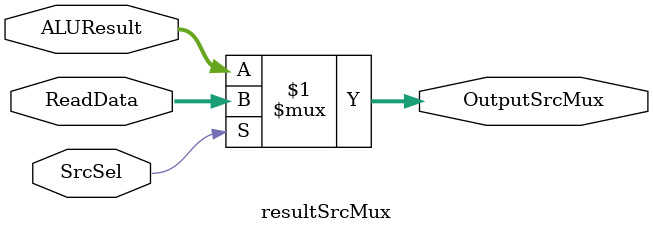
<source format=sv>
module resultSrcMux #(
    parameter Data_Width = 32
) (
    //Interface signals
    input logic [Data_Width-1:0] ALUResult,
    input logic [Data_Width-1:0] ReadData,
    input logic SrcSel,
    output logic [Data_Width-1:0] OutputSrcMux
);

assign OutputSrcMux = (SrcSel) ? ReadData:ALUResult;
//so MuxSelect ? Output if mux select 1:Output if mux select 0

endmodule


</source>
